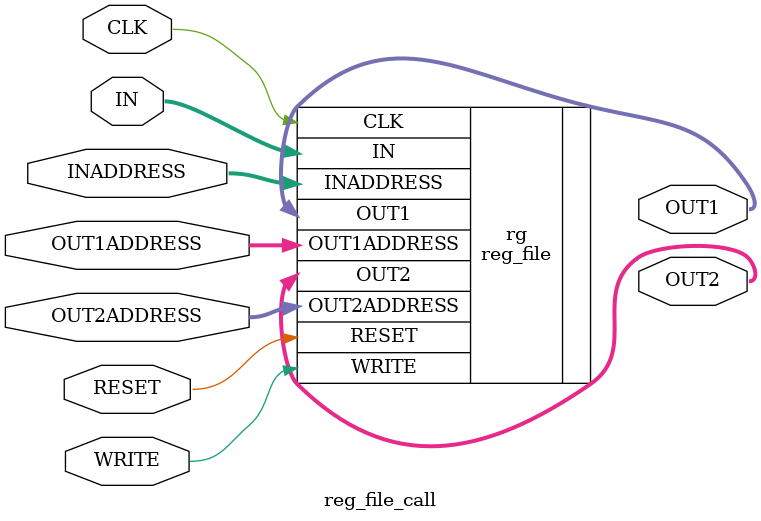
<source format=v>

module testbench;

    //define variables for the simulation
    reg [7:0] IN;                           //input data 8bit word
    reg [2:0] INADDRESS;                    //address the input will be saved 3 bit
    reg WRITE, CLK, RESET;                  //the ports that contain the boolean value og WRITE RESET and CLK
    reg [2:0] OUT1ADDRESS, OUT2ADDRESS;     //address that contains the outputs from the registry

    wire [7:0] OUT1, OUT2;                  //take the output through wires 

    reg [7:0] rf [7:0];                     //create 64 bit array of bits divided into 8 equal registers


    //Call the external module reg_file using reg_file_call module
    reg_file_call rg(IN, OUT1, OUT2, INADDRESS, OUT1ADDRESS, OUT2ADDRESS, WRITE, CLK, RESET);

    //initiate the test module to simulate test cases
    initial
    begin
	
	CLK = 1'b1;			//set CLK = 1
	RESET = 1'b0;			//set RESET = 0
	WRITE = 1'b0;			//set WRITE = 0
	OUT1ADDRESS = 3'd1;		//OUT1 gives the value that saves the data in OUT1ADDRESS position in the reg file
	OUT2ADDRESS = 3'd2;		//OUT1 gives the value that saves the data in OUT1ADDRESS position in the reg file

	#2				//wait 2 seconds
	RESET = 1'b1;			//RESET = 1

	#11				//wait 11 seconds
	RESET = 1'b0;			//RESET = 0
	
	#1
	OUT1ADDRESS = 3'd3;		//OUT1 gives the value that saves the data in OUT1ADDRESS position in the reg file
	OUT2ADDRESS = 3'd4;		//OUT2 gives the value that saves the data in OUT2ADDRESS position in the reg file

	#5				//wait 5 seconds
	WRITE = 1'b1;			//WRITE = 1
	IN = 8'd15;			//IN = 15 data is entered
	INADDRESS = 3'd3;		//INADDRESS = 3 the palce where the value is stored
	
	#7				//wait for 7 seconds
	WRITE = 1'b0;			//WRITE  = 0

	#3				//wait for 3 seconds
	RESET = 1'b1;			//RESET = 1

	#5				//wait for 5 seconds
	RESET = 1'b0;			//RESET = 0

	#4				//wait for 4 seconds 
	IN = 8'd18;			//IN = 18 data is entered
	INADDRESS = 3'd4;		//INADDRESS = 4 where the entered data will be saved	

	#1				//wait for 1 seconds
	WRITE = 1'b1;			//WRITE = 1 
	IN = 8'd12;			//IN = 12 data is entered
	INADDRESS = 3'd4;		//INADDRESS = 4 where the entered data will be saved

	#7				//wait for 7 seconds
	WRITE = 1'b0;			//WRITE = 0 
                                                                                                                                                                                                     

        //end of the simulation
        $finish;
    end

    always
    begin
        #5 CLK = ~CLK;                  //Running signal of a clock has 10sec period
    end

    initial
    begin

        //Monitor the data with inputs and display the inputs with outputs
        $monitor($time, " IN = %b OUT1 = %b OUT2 = %b INADDRESS = %b OUT1ADDRESS = %b OUT2ADDRESS = %b WRITE = %b RESET =%b",IN, OUT1, OUT2, INADDRESS, OUT1ADDRESS, OUT2ADDRESS, WRITE, RESET);

        $dumpfile("wavedata.vcd");        //create the waveforms for the simulation
        $dumpvars(0, testbench);            
    end

endmodule

//call the external module called reg_file 
module reg_file_call(IN, OUT1, OUT2, INADDRESS, OUT1ADDRESS, OUT2ADDRESS, WRITE, CLK, RESET);

    //define the ports such inputs outputs for external module that connected into testbench
    input [7:0] IN;
    input [2:0] INADDRESS;
    input WRITE, CLK, RESET;
    input [2:0] OUT1ADDRESS, OUT2ADDRESS;
    output wire [7:0] OUT1, OUT2;

    reg [7:0] rf [7:0];

    //inside reg_file_call connect the module reg_file
    reg_file rg(.IN(IN), .OUT1(OUT1), .OUT2(OUT2), .INADDRESS(INADDRESS), .OUT1ADDRESS(OUT1ADDRESS), .OUT2ADDRESS(OUT2ADDRESS), .WRITE(WRITE), .CLK(CLK), .RESET(RESET));

endmodule

</source>
